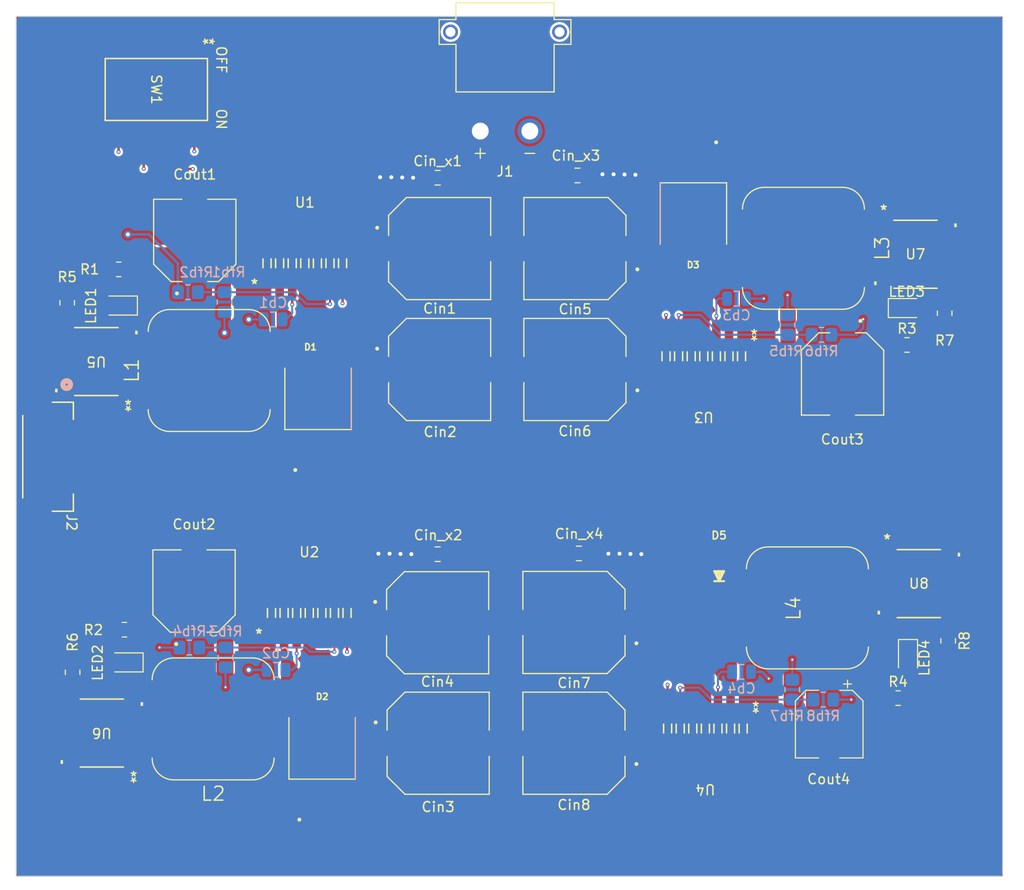
<source format=kicad_pcb>
(kicad_pcb (version 20221018) (generator pcbnew)
  (layers (0 "F.Cu" signal) (1 "In1.Cu" signal) (2 "In2.Cu" signal) (31 "B.Cu" signal) (34 "B.Paste" user) (35 "F.Paste" user) (36 "B.SilkS" user "B.Silkscreen") (37 "F.SilkS" user "F.Silkscreen") (38 "B.Mask" user) (39 "F.Mask" user) (44 "Edge.Cuts" user))
  (net 0 "")
  (net 1 "Net-(U1-CB)")
  (net 2 "Net-(U1-SWITCH_OUTPUT)")
  (net 3 "Net-(U2-CB)")
  (net 4 "Net-(U2-SWITCH_OUTPUT)")
  (net 5 "Net-(U3-CB)")
  (net 6 "Net-(U3-SWITCH_OUTPUT)")
  (net 7 "Net-(U4-CB)")
  (net 8 "/V_In")
  (net 9 "GND")
  (net 10 "/V_Out4")
  (net 11 "/V_Out3")
  (net 12 "/V_Out2")
  (net 13 "/V_out1")
  (net 17 "Net-(U1-FB)")
  (net 18 "Net-(U2-FB)")
  (net 19 "Net-(U3-FB)")
  (net 20 "Net-(U4-FB)")
  (net 21 "/SW1")
  (net 22 "/SW2")
  (net 23 "/SW3")
  (net 24 "/SW4")
  (net 25 "Net-(D5-K)")
  (net 39 "/V_Out1")
  (net 40 "/OUTPUT_1")
  (net 47 "Net-(U5-ILIM)")
  (net 54 "/OUTPUT_2")
  (net 61 "Net-(U6-ILIM)")
  (net 68 "/OUTPUT_3")
  (net 75 "Net-(U7-ILIM)")
  (net 82 "/OUTPUT_4")
  (net 83 "Net-(U8-ILIM)")
  (net 85 "Net-(LED1-A)")
  (net 86 "Net-(LED2-A)")
  (net 87 "Net-(LED3-A)")
  (net 88 "Net-(LED4-A)")
  (footprint "3rd Party Footprints:AMASS_XT30PW-M" (layer "F.Cu") (at 140 46.15)
    (fp_text reference "J1")
    (fp_text value "XT30PW-M")
  )
  (footprint "Resistor_SMD:R_0805_2012Metric_Pad1.20x1.40mm_HandSolder" (layer "F.Cu") (at 184.35 74.525 -90)
    (fp_text reference "R7")
    (fp_text value "3.3k")
  )
  (footprint "MSS1210-153MEB:IND_MSS1210-153MEB" (layer "F.Cu") (at 110.15 80.3 -90)
    (fp_text reference "L1")
    (fp_text value "15u")
  )
  (footprint "Capacitor_SMD:C_0805_2012Metric" (layer "F.Cu") (at 133.2 98.83)
    (fp_text reference "Cin_x2")
    (fp_text value "100n")
  )
  (footprint "3rd Party Footprints:CONN_SM06B-GHS-TB_JST" (layer "F.Cu") (at 93.8993 89 -90)
    (fp_text reference "J2")
    (fp_text value "SM06B-GHS-TB")
  )
  (footprint "Resistor_SMD:R_0805_2012Metric_Pad1.20x1.40mm_HandSolder" (layer "F.Cu") (at 184.7 107.575 -90)
    (fp_text reference "R8")
    (fp_text value "7.2k")
  )
  (footprint "EEHZA1J560P:CAP_EEHZA1J560P" (layer "F.Cu") (at 146.95 117.9 180)
    (fp_text reference "Cin8")
    (fp_text value "56u")
  )
  (footprint "LED_SMD:LED_0805_2012Metric_Pad1.15x1.40mm_HandSolder" (layer "F.Cu") (at 101.05 73.75 180)
    (fp_text reference "LED1")
    (fp_text value "LED")
  )
  (footprint "10SVPC330M:CAP_10SVPC330M" (layer "F.Cu") (at 108.7 67.175 90)
    (fp_text reference "Cout1")
    (fp_text value "330u")
  )
  (footprint "EEHZA1J560P:CAP_EEHZA1J560P" (layer "F.Cu") (at 133.2 105.7443)
    (fp_text reference "Cin4")
    (fp_text value "56u")
  )
  (footprint "10SVPC330M:CAP_10SVPC330M" (layer "F.Cu") (at 108.625 102.55 90)
    (fp_text reference "Cout2")
    (fp_text value "330u")
  )
  (footprint "3rd Party Footprints:SW4_EDSP04SGLFNTR04_TEC-M" (layer "F.Cu") (at 104.82 51.9526 -90)
    (fp_text reference "SW1")
    (fp_text value "EDSP04SGLFNTR04" hide)
  )
  (footprint "3rd Party Footprints:TS7B" (layer "F.Cu") (at 160.21 122.553 180)
    (fp_text reference "U4")
    (fp_text value "LM2678T-ADJ_NOPB")
  )
  (footprint "Resistor_SMD:R_0805_2012Metric_Pad1.20x1.40mm_HandSolder" (layer "F.Cu") (at 95.825 73.475 90)
    (fp_text reference "R5")
    (fp_text value "3.3k")
  )
  (footprint "Resistor_SMD:R_0805_2012Metric_Pad1.20x1.40mm_HandSolder" (layer "F.Cu") (at 101.6 106.45 180)
    (fp_text reference "R2")
    (fp_text value "160")
  )
  (footprint "EEHZA1J560P:CAP_EEHZA1J560P" (layer "F.Cu") (at 146.95 105.7226 180)
    (fp_text reference "Cin7")
    (fp_text value "56u")
  )
  (footprint "3rd Party Footprints:SK220ATR" (layer "F.Cu") (at 161.6 101.05 90)
    (fp_text reference "D5")
    (fp_text value "D_Schottky")
  )
  (footprint "EEHZA1J560P:CAP_EEHZA1J560P" (layer "F.Cu") (at 147.05 68 180)
    (fp_text reference "Cin5")
    (fp_text value "56u")
  )
  (footprint "EEHZA1J560P:CAP_EEHZA1J560P" (layer "F.Cu") (at 133.4 68)
    (fp_text reference "Cin2")
    (fp_text value "56u")
  )
  (footprint "SBRD10200TR:DPAK228P1005X240-4N" (layer "F.Cu") (at 121.55 119.51)
    (fp_text reference "D2")
    (fp_text value "D_Schottky")
  )
  (footprint "LED_SMD:LED_0805_2012Metric_Pad1.15x1.40mm_HandSolder" (layer "F.Cu") (at 101.625 109.75 180)
    (fp_text reference "LED2")
    (fp_text value "LED" hide)
  )
  (footprint "Capacitor_SMD:C_0805_2012Metric" (layer "F.Cu") (at 133.2 60.855)
    (fp_text reference "Cin_x1")
    (fp_text value "100n")
  )
  (footprint "LED_SMD:LED_0805_2012Metric_Pad1.15x1.40mm_HandSolder" (layer "F.Cu") (at 180.65 109.3 -90)
    (fp_text reference "LED4")
    (fp_text value "LED")
  )
  (footprint "Resistor_SMD:R_0805_2012Metric_Pad1.20x1.40mm_HandSolder" (layer "F.Cu") (at 101.025 70.1 180)
    (fp_text reference "R1")
    (fp_text value "160")
  )
  (footprint "EEHZA1J560P:CAP_EEHZA1J560P" (layer "F.Cu") (at 133.4 80.2)
    (fp_text reference "Cin1")
    (fp_text value "56u")
  )
  (footprint "Resistor_SMD:R_0805_2012Metric_Pad1.20x1.40mm_HandSolder" (layer "F.Cu") (at 96.375 110.75 90)
    (fp_text reference "R6")
    (fp_text value "3.3k")
  )
  (footprint "3rd Party Footprints:HTSSOP20_PWP_TEX" (layer "F.Cu") (at 98.77225 79.399937 180)
    (fp_text reference "U5")
    (fp_text value "TPS16630PWPR")
  )
  (footprint "Resistor_SMD:R_0805_2012Metric_Pad1.20x1.40mm_HandSolder" (layer "F.Cu") (at 180.55 77.725)
    (fp_text reference "R3")
    (fp_text value "160")
  )
  (footprint "Capacitor_SMD:CP_Elec_6.3x5.4" (layer "F.Cu") (at 172.7 115.975 -90)
    (fp_text reference "Cout4")
    (fp_text value "56u")
  )
  (footprint "3rd Party Footprints:HTSSOP20_PWP_TEX" (layer "F.Cu") (at 181.4 68.575)
    (fp_text reference "U7")
    (fp_text value "TPS16630PWPR")
  )
  (footprint "3rd Party Footprints:TS7B" (layer "F.Cu") (at 120.25 98.625)
    (fp_text reference "U2")
    (fp_text value "LM2678T-ADJ_NOPB")
  )
  (footprint "MSS1210-153MEB:IND_MSS1210-153MEB" (layer "F.Cu") (at 110.55 115.45 -90)
    (fp_text reference "L2")
    (fp_text value "15u")
  )
  (footprint "EEHZA1J560P:CAP_EEHZA1J560P" (layer "F.Cu") (at 133.25 117.9)
    (fp_text reference "Cin3")
    (fp_text value "56u")
  )
  (footprint "Resistor_SMD:R_0805_2012Metric_Pad1.20x1.40mm_HandSolder" (layer "F.Cu") (at 179.65 113.35)
    (fp_text reference "R4")
    (fp_text value "160")
  )
  (footprint "SBRD10200TR:DPAK228P1005X240-4N" (layer "F.Cu") (at 159 63.3825 180)
    (fp_text reference "D3")
    (fp_text value "D_Schottky")
  )
  (footprint "LED_SMD:LED_0805_2012Metric_Pad1.15x1.40mm_HandSolder" (layer "F.Cu") (at 180.525 74)
    (fp_text reference "LED3")
    (fp_text value "LED")
  )
  (footprint "3rd Party Footprints:HTSSOP20_PWP_TEX" (layer "F.Cu") (at 99.32225 116.875 180)
    (fp_text reference "U6")
    (fp_text value "TPS16630PWPR")
  )
  (footprint "3rd Party Footprints:HTSSOP20_PWP_TEX" (layer "F.Cu") (at 181.74725 101.800063)
    (fp_text reference "U8")
    (fp_text value "TPS16630PWPR")
  )
  (footprint "Capacitor_SMD:C_0805_2012Metric" (layer "F.Cu") (at 147.3 60.625 180)
    (fp_text reference "Cin_x3")
    (fp_text value "100n")
  )
  (footprint "MSS1210-153MEB:IND_MSS1210-153MEB" (layer "F.Cu") (at 170.1 67.975 90)
    (fp_text reference "L3")
    (fp_text value "15u")
  )
  (footprint "Capacitor_SMD:C_0805_2012Metric" (layer "F.Cu") (at 147.45 98.755 180)
    (fp_text reference "Cin_x4")
    (fp_text value "100n")
  )
  (footprint "10SVPC330M:CAP_10SVPC330M" (layer "F.Cu") (at 174.05 80.65 -90)
    (fp_text reference "Cout3")
    (fp_text value "330u")
  )
  (footprint "MSS1210-153MEB:IND_MSS1210-153MEB" (layer "F.Cu") (at 170.5 104.25 90)
    (fp_text reference "L4")
    (fp_text value "68u")
  )
  (footprint "SBRD10200TR:DPAK228P1005X240-4N" (layer "F.Cu") (at 121.136 84.242)
    (fp_text reference "D1")
    (fp_text value "D_Schottky")
  )
  (footprint "EEHZA1J560P:CAP_EEHZA1J560P" (layer "F.Cu") (at 147.05 80.2 180)
    (fp_text reference "Cin6")
    (fp_text value "56u")
  )
  (footprint "3rd Party Footprints:TS7B" (layer "F.Cu") (at 119.8 63.3524)
    (fp_text reference "U1")
    (fp_text value "LM2678T-ADJ_NOPB")
  )
  (footprint "3rd Party Footprints:TS7B" (layer "F.Cu") (at 160.05 85 180)
    (fp_text reference "U3")
    (fp_text value "LM2678T-ADJ_NOPB")
  )
  (footprint "Capacitor_SMD:C_0805_2012Metric" (layer "B.Cu") (at 163.85 110.7)
    (fp_text reference "Cb4")
    (fp_text value "10n")
  )
  (footprint "Resistor_SMD:R_0805_2012Metric_Pad1.20x1.40mm_HandSolder" (layer "B.Cu") (at 108.15 108.25 180)
    (fp_text reference "Rfb4")
    (fp_text value "3.16k")
  )
  (footprint "Capacitor_SMD:C_0805_2012Metric" (layer "B.Cu") (at 116.9 110.5 180)
    (fp_text reference "Cb2")
    (fp_text value "10n")
  )
  (footprint "Resistor_SMD:R_0805_2012Metric_Pad1.20x1.40mm_HandSolder" (layer "B.Cu") (at 171.925 76.7)
    (fp_text reference "Rfb6")
    (fp_text value "3.16k")
  )
  (footprint "Capacitor_SMD:C_0805_2012Metric" (layer "B.Cu") (at 163.35 73.05)
    (fp_text reference "Cb3")
    (fp_text value "10n")
  )
  (footprint "Resistor_SMD:R_0805_2012Metric_Pad1.20x1.40mm_HandSolder" (layer "B.Cu") (at 108 72.4 180)
    (fp_text reference "Rfb2")
    (fp_text value "3.16k")
  )
  (footprint "Resistor_SMD:R_0805_2012Metric_Pad1.20x1.40mm_HandSolder" (layer "B.Cu") (at 168.975 112.5 90)
    (fp_text reference "Rfb7")
    (fp_text value "1k")
  )
  (footprint "Resistor_SMD:R_0805_2012Metric_Pad1.20x1.40mm_HandSolder" (layer "B.Cu") (at 111.7 73.4 -90)
    (fp_text reference "Rfb1")
    (fp_text value "1k")
  )
  (footprint "Resistor_SMD:R_0805_2012Metric_Pad1.20x1.40mm_HandSolder" (layer "B.Cu") (at 168.5 75.7 90)
    (fp_text reference "Rfb5")
    (fp_text value "1k")
  )
  (footprint "Capacitor_SMD:C_0805_2012Metric" (layer "B.Cu") (at 116.6 75.15 180)
    (fp_text reference "Cb1")
    (fp_text value "10n")
  )
  (footprint "Resistor_SMD:R_0805_2012Metric_Pad1.20x1.40mm_HandSolder" (layer "B.Cu") (at 172.1 113.5)
    (fp_text reference "Rfb8")
    (fp_text value "8.87k")
  )
  (footprint "Resistor_SMD:R_0805_2012Metric_Pad1.20x1.40mm_HandSolder" (layer "B.Cu") (at 111.8 109.25 -90)
    (fp_text reference "Rfb3")
    (fp_text value "1k")
  )
  (gr_rect (start 90.675 44.58) (end 190.2 131.33) (stroke (width 0.1)) (fill none) (layer "Edge.Cuts"))
  (segment (start 118.53 73.65) (end 118.53 71.6328) (width 0.25) (layer "F.Cu") (net 1))
  (via (at 118.53 73.65) (size 0.4) (drill 0.2) (layers "F.Cu" "B.Cu") (net 1))
  (segment (start 118.53 74.52) (end 117.9 75.15) (width 0.2) (layer "B.Cu") (net 1))
  (segment (start 118.53 73.65) (end 118.53 74.52) (width 0.2) (layer "B.Cu") (net 1))
  (segment (start 117.9 75.15) (end 117.55 75.15) (width 0.2) (layer "B.Cu") (net 1))
  (via (at 114.15 75.15) (size 0.8) (drill 0.4) (layers "F.Cu" "B.Cu") (net 2))
  (segment (start 115.65 75.15) (end 114.15 75.15) (width 0.2) (layer "B.Cu") (net 2))
  (segment (start 118.98 108.48) (end 118.98 106.9054) (width 0.2) (layer "F.Cu") (net 3))
  (segment (start 118.975 108.85) (end 118.975 108.485) (width 0.2) (layer "F.Cu") (net 3))
  (segment (start 118.975 108.485) (end 118.98 108.48) (width 0.2) (layer "F.Cu") (net 3))
  (via (at 118.975 108.85) (size 0.4) (drill 0.2) (layers "F.Cu" "B.Cu") (net 3))
  (segment (start 118.975 108.85) (end 118.975 110.075) (width 0.2) (layer "B.Cu") (net 3))
  (segment (start 118.55 110.5) (end 117.85 110.5) (width 0.2) (layer "B.Cu") (net 3))
  (segment (start 118.975 110.075) (end 118.55 110.5) (width 0.2) (layer "B.Cu") (net 3))
  (via (at 114.15 110.5) (size 0.8) (drill 0.4) (layers "F.Cu" "B.Cu") (net 4))
  (segment (start 115.95 110.5) (end 114.15 110.5) (width 0.25) (layer "B.Cu") (net 4))
  (segment (start 161.32 74.78) (end 161.32 76.7196) (width 0.2) (layer "F.Cu") (net 5))
  (via (at 161.32 74.78) (size 0.4) (drill 0.2) (layers "F.Cu" "B.Cu") (net 5))
  (segment (start 161.55 73.05) (end 162.4 73.05) (width 0.2) (layer "B.Cu") (net 5))
  (segment (start 161.32 74.78) (end 161.32 73.28) (width 0.2) (layer "B.Cu") (net 5))
  (segment (start 161.32 73.28) (end 161.55 73.05) (width 0.2) (layer "B.Cu") (net 5))
  (via (at 166.1 73.05) (size 0.4) (drill 0.2) (layers "F.Cu" "B.Cu") (net 6))
  (segment (start 164.3 73.05) (end 166.1 73.05) (width 0.2) (layer "B.Cu") (net 6))
  (segment (start 161.48 112.25) (end 161.48 114.2726) (width 0.2) (layer "F.Cu") (net 7))
  (via (at 161.48 112.25) (size 0.4) (drill 0.2) (layers "F.Cu" "B.Cu") (net 7))
  (segment (start 161.48 112.25) (end 161.48 111.045) (width 0.2) (layer "B.Cu") (net 7))
  (segment (start 161.825 110.7) (end 162.9 110.7) (width 0.2) (layer "B.Cu") (net 7))
  (segment (start 161.48 111.045) (end 161.825 110.7) (width 0.2) (layer "B.Cu") (net 7))
  (via (at 129.45 98.805) (size 0.8) (drill 0.4) (layers "F.Cu" "B.Cu") (net 8))
  (via (at 149.825 60.505) (size 0.8) (drill 0.4) (layers "F.Cu" "B.Cu") (net 8))
  (via (at 153.15 60.555) (size 0.8) (drill 0.4) (layers "F.Cu" "B.Cu") (net 8))
  (via (at 152.65 98.805) (size 0.8) (drill 0.4) (layers "F.Cu" "B.Cu") (net 8))
  (via (at 127.225 98.78) (size 0.8) (drill 0.4) (layers "F.Cu" "B.Cu") (net 8))
  (via (at 153.75 98.83) (size 0.8) (drill 0.4) (layers "F.Cu" "B.Cu") (net 8))
  (via (at 151.55 98.78) (size 0.8) (drill 0.4) (layers "F.Cu" "B.Cu") (net 8))
  (via (at 130.55 98.83) (size 0.8) (drill 0.4) (layers "F.Cu" "B.Cu") (net 8))
  (via (at 129.625 60.83) (size 0.8) (drill 0.4) (layers "F.Cu" "B.Cu") (net 8))
  (via (at 152.05 60.53) (size 0.8) (drill 0.4) (layers "F.Cu" "B.Cu") (net 8))
  (via (at 128.525 60.805) (size 0.8) (drill 0.4) (layers "F.Cu" "B.Cu") (net 8))
  (via (at 130.725 60.855) (size 0.8) (drill 0.4) (layers "F.Cu" "B.Cu") (net 8))
  (via (at 127.4 60.805) (size 0.8) (drill 0.4) (layers "F.Cu" "B.Cu") (net 8))
  (via (at 150.95 60.505) (size 0.8) (drill 0.4) (layers "F.Cu" "B.Cu") (net 8))
  (via (at 150.425 98.78) (size 0.8) (drill 0.4) (layers "F.Cu" "B.Cu") (net 8))
  (via (at 128.35 98.78) (size 0.8) (drill 0.4) (layers "F.Cu" "B.Cu") (net 8))
  (via (at 111.7 76.5) (size 0.8) (drill 0.4) (layers "F.Cu" "B.Cu") (net 9))
  (via (at 101.95 66.575) (size 0.8) (drill 0.4) (layers "F.Cu" "B.Cu") (net 9))
  (via (at 168.975 109.48) (size 0.4) (drill 0.2) (layers "F.Cu" "B.Cu") (net 9))
  (via (at 168.5 72.7) (size 0.4) (drill 0.2) (layers "F.Cu" "B.Cu") (net 9))
  (via (at 111.8 112.25) (size 0.4) (drill 0.2) (layers "F.Cu" "B.Cu") (net 9))
  (segment (start 107 72.4) (end 107 69.5) (width 0.25) (layer "B.Cu") (net 9))
  (segment (start 111.7 74.4) (end 111.7 76.5) (width 0.2) (layer "B.Cu") (net 9))
  (segment (start 111.8 110.25) (end 111.8 112.25) (width 0.2) (layer "B.Cu") (net 9))
  (segment (start 168.975 111.5) (end 168.975 109.48) (width 0.2) (layer "B.Cu") (net 9))
  (segment (start 107 69.5) (end 104.075 66.575) (width 0.25) (layer "B.Cu") (net 9))
  (segment (start 168.5 72.7) (end 168.5 74.7) (width 0.2) (layer "B.Cu") (net 9))
  (segment (start 104.075 66.575) (end 101.95 66.575) (width 0.25) (layer "B.Cu") (net 9))
  (via (at 174.925 113.505) (size 0.4) (drill 0.2) (layers "F.Cu" "B.Cu") (net 10))
  (segment (start 174.92 113.5) (end 173.1 113.5) (width 0.2) (layer "B.Cu") (net 10))
  (segment (start 174.925 113.505) (end 174.92 113.5) (width 0.2) (layer "B.Cu") (net 10))
  (via (at 176.125 75.125) (size 0.4) (drill 0.2) (layers "F.Cu" "B.Cu") (net 11))
  (segment (start 176.125 75.125) (end 176.125 76.025) (width 0.2) (layer "B.Cu") (net 11))
  (segment (start 175.45 76.7) (end 172.925 76.7) (width 0.2) (layer "B.Cu") (net 11))
  (segment (start 176.125 76.025) (end 175.45 76.7) (width 0.2) (layer "B.Cu") (net 11))
  (via (at 105.15 108.25) (size 0.4) (drill 0.2) (layers "F.Cu" "B.Cu") (net 12))
  (segment (start 105.15 108.25) (end 107.15 108.25) (width 0.2) (layer "B.Cu") (net 12))
  (segment (start 122.34 73.6) (end 122.34 71.6328) (width 0.2) (layer "F.Cu") (net 17))
  (via (at 122.34 73.6) (size 0.4) (drill 0.2) (layers "F.Cu" "B.Cu") (net 17))
  (segment (start 122.34 73.6) (end 119.95 73.6) (width 0.2) (layer "B.Cu") (net 17))
  (segment (start 118.75 72.4) (end 111.7 72.4) (width 0.2) (layer "B.Cu") (net 17))
  (segment (start 109 72.4) (end 111.7 72.4) (width 0.2) (layer "B.Cu") (net 17))
  (segment (start 119.95 73.6) (end 118.75 72.4) (width 0.2) (layer "B.Cu") (net 17))
  (segment (start 122.78 108.675) (end 122.79 108.665) (width 0.2) (layer "F.Cu") (net 18))
  (segment (start 122.79 108.665) (end 122.79 106.9054) (width 0.2) (layer "F.Cu") (net 18))
  (via (at 122.78 108.675) (size 0.4) (drill 0.2) (layers "F.Cu" "B.Cu") (net 18))
  (segment (start 120.3 108.675) (end 119.875 108.25) (width 0.2) (layer "B.Cu") (net 18))
  (segment (start 111.8 108.25) (end 109.15 108.25) (width 0.2) (layer "B.Cu") (net 18))
  (segment (start 122.78 108.675) (end 120.3 108.675) (width 0.2) (layer "B.Cu") (net 18))
  (segment (start 119.875 108.25) (end 111.8 108.25) (width 0.2) (layer "B.Cu") (net 18))
  (segment (start 157.525 74.7) (end 157.51 74.715) (width 0.2) (layer "F.Cu") (net 19))
  (segment (start 157.51 74.715) (end 157.51 76.7196) (width 0.2) (layer "F.Cu") (net 19))
  (via (at 157.525 74.7) (size 0.4) (drill 0.2) (layers "F.Cu" "B.Cu") (net 19))
  (segment (start 168.5 76.7) (end 161.725 76.7) (width 0.2) (layer "B.Cu") (net 19))
  (segment (start 159.725 74.7) (end 157.525 74.7) (width 0.2) (layer "B.Cu") (net 19))
  (segment (start 168.5 76.7) (end 170.925 76.7) (width 0.2) (layer "B.Cu") (net 19))
  (segment (start 161.725 76.7) (end 159.725 74.7) (width 0.2) (layer "B.Cu") (net 19))
  (segment (start 157.67 112.305) (end 157.67 114.2726) (width 0.2) (layer "F.Cu") (net 20))
  (via (at 157.67 112.305) (size 0.4) (drill 0.2) (layers "F.Cu" "B.Cu") (net 20))
  (segment (start 159.625 112.305) (end 160.82 113.5) (width 0.2) (layer "B.Cu") (net 20))
  (segment (start 168.975 113.5) (end 171.1 113.5) (width 0.2) (layer "B.Cu") (net 20))
  (segment (start 157.67 112.305) (end 159.625 112.305) (width 0.2) (layer "B.Cu") (net 20))
  (segment (start 160.82 113.5) (end 168.975 113.5) (width 0.2) (layer "B.Cu") (net 20))
  (segment (start 123.61 73.515) (end 123.61 71.6328) (width 0.25) (layer "F.Cu") (net 21))
  (segment (start 123.6 73.525) (end 123.61 73.515) (width 0.25) (layer "F.Cu") (net 21))
  (segment (start 101.01 58.25) (end 101.01 56.55) (width 0.25) (layer "F.Cu") (net 21))
  (via (at 101.01 58.25) (size 0.4) (drill 0.2) (layers "F.Cu" "B.Cu") (net 21))
  (via (at 123.6 73.525) (size 0.4) (drill 0.2) (layers "F.Cu" "B.Cu") (net 21))
  (segment (start 124.06 108.675) (end 124.06 106.9054) (width 0.25) (layer "F.Cu") (net 22))
  (segment (start 103.55 56.55) (end 103.55 59.95) (width 0.25) (layer "F.Cu") (net 22))
  (via (at 124.06 108.675) (size 0.4) (drill 0.2) (layers "F.Cu" "B.Cu") (net 22))
  (via (at 103.55 59.95) (size 0.4) (drill 0.2) (layers "F.Cu" "B.Cu") (net 22))
  (segment (start 106.09 56.55) (end 106.09 59.04) (width 0.25) (layer "F.Cu") (net 23))
  (segment (start 107.025 59.975) (end 108.5 59.975) (width 0.25) (layer "F.Cu") (net 23))
  (segment (start 156.24 76.7196) (end 156.24 74.7) (width 0.25) (layer "F.Cu") (net 23))
  (segment (start 106.09 59.04) (end 107.025 59.975) (width 0.25) (layer "F.Cu") (net 23))
  (via (at 156.24 74.7) (size 0.4) (drill 0.2) (layers "F.Cu" "B.Cu") (net 23))
  (via (at 108.5 59.975) (size 0.4) (drill 0.2) (layers "F.Cu" "B.Cu") (net 23))
  (segment (start 108.65 58.2) (end 108.65 56.57) (width 0.25) (layer "F.Cu") (net 24))
  (segment (start 156.4 112) (end 156.4 114.2726) (width 0.25) (layer "F.Cu") (net 24))
  (via (at 156.4 112) (size 0.4) (drill 0.2) (layers "F.Cu" "B.Cu") (net 24))
  (via (at 108.65 58.2) (size 0.4) (drill 0.2) (layers "F.Cu" "B.Cu") (net 24))
  (via (at 166.6 111.38) (size 0.4) (drill 0.2) (layers "F.Cu" "B.Cu") (net 25))
  (segment (start 165.92 110.7) (end 166.6 111.38) (width 0.25) (layer "B.Cu") (net 25))
  (segment (start 164.8 110.7) (end 165.92 110.7) (width 0.25) (layer "B.Cu") (net 25))
  (segment (start 95.825 74.475) (end 95.825 76.4695) (width 0.25) (layer "F.Cu") (net 47))
  (segment (start 96.375 111.75) (end 96.375 113.944563) (width 0.25) (layer "F.Cu") (net 61))
  (segment (start 184.35 73.525) (end 184.35 71.502687) (width 0.25) (layer "F.Cu") (net 75))
  (segment (start 184.35 71.502687) (end 184.35275 71.499937) (width 0.25) (layer "F.Cu") (net 75))
  (segment (start 184.7 106.575) (end 184.7 104.725) (width 0.25) (layer "F.Cu") (net 83))
  (segment (start 100.025 70.1) (end 100.025 73.75) (width 0.25) (layer "F.Cu") (net 85))
  (segment (start 180.65 110.325) (end 180.65 113.35) (width 0.25) (layer "F.Cu") (net 88))
  (zone (net 6) (net_name "Net-(U3-SWITCH_OUTPUT)") (layer "F.Cu") (priority 2) (connect_pads yes (clearance 0.5)) (min_thickness 0.25) (fill yes (thermal_gap 0.5) (thermal_bridge_width 0.5) (smoothing fillet) (radius 0.5))
    (polygon (pts (xy 163.275 78.4) (xy 163.25 69.825) (xy 155.6 69.825) (xy 155.575 62.15) (xy 167.25 62.15) (xy 167.25 65.5) (xy 167.25 68.05) (xy 167.25 74.525) (xy 167.275 76.575) (xy 167.275 78.4)))
  )
  (zone (net 25) (net_name "Net-(D5-K)") (layer "F.Cu") (priority 2) (connect_pads yes (clearance 0.5)) (min_thickness 0.25) (fill yes (thermal_gap 0.5) (thermal_bridge_width 0.5) (smoothing fillet) (radius 0.5))
    (polygon (pts (xy 163.35 115.85) (xy 163.4 105.45) (xy 159.95 105.45) (xy 159.95 100.975) (xy 167.6 101) (xy 167.6 103.8) (xy 167.6 104.075) (xy 167.6 110.5) (xy 167.6 112.525) (xy 167.6 115.85)))
  )
  (zone (net 8) (net_name "/V_In") (layer "F.Cu") (name "V_in") (priority 2) (connect_pads yes (clearance 0.5)) (min_thickness 0.25) (fill yes (thermal_gap 0.5) (thermal_bridge_width 0.5) (smoothing fillet) (radius 0.5))
    (polygon (pts (xy 132.9 68.6) (xy 132.9 78) (xy 132.9 83.1) (xy 125.225 83.1) (xy 125.2 77.925) (xy 116.65 77.925) (xy 116.65 70.2) (xy 117.85 70.2) (xy 117.875 73.35) (xy 119.075 75.8) (xy 126.75 75.775) (xy 126.775 59.4) (xy 132.9 59.4)))
  )
  (zone (net 54) (net_name "/OUTPUT_2") (layer "F.Cu") (priority 4) (connect_pads yes (clearance 0.25)) (min_thickness 0.25) (fill yes (thermal_gap 0.5) (thermal_bridge_width 0.5) (smoothing fillet) (radius 0.5))
    (polygon (pts (xy 94.775 120.475) (xy 95.35 120.625) (xy 97.325 120.625) (xy 97.325 118.1) (xy 95.35 118.1) (xy 94.825 117.825) (xy 92.15 117.825) (xy 92.15 120.475)))
  )
  (zone (net 8) (net_name "/V_In") (layer "F.Cu") (name "V_in") (priority 2) (connect_pads yes (clearance 0.5)) (min_thickness 0.25) (fill yes (thermal_gap 0.5) (thermal_bridge_width 0.5) (smoothing fillet) (radius 0.5))
    (polygon (pts (xy 132.9 110.9226) (xy 132.9 119.8726) (xy 130.65 119.8726) (xy 125.5 119.8726) (xy 125.5 112.8226) (xy 117.1 112.85) (xy 117.05 105.443931) (xy 118.23988 105.443931) (xy 118.23988 108.943931) (xy 119.48988 110.993931) (xy 126.48988 110.993931) (xy 126.55 97.4726) (xy 132.9 97.4726)))
  )
  (zone (net 8) (net_name "/V_In") (layer "F.Cu") (name "V_in") (priority 2) (connect_pads yes (clearance 0.5)) (min_thickness 0.25) (fill yes (thermal_gap 0.5) (thermal_bridge_width 0.5) (smoothing fillet) (radius 0.5))
    (polygon (pts (xy 147.7 117.55) (xy 147.7 108.15) (xy 147.675 97.36) (xy 154.9 97.36) (xy 154.9 107.4) (xy 163.4 107.4) (xy 163.35 115.85) (xy 162.15 115.85) (xy 162.15 112.3) (xy 160.4 109.8) (xy 154.2 109.8) (xy 154.215 120.025) (xy 147.69 120.05)))
  )
  (zone (net 39) (net_name "/V_Out1") (layer "F.Cu") (priority 4) (connect_pads yes (clearance 0.25)) (min_thickness 0.25) (fill yes (thermal_gap 0.5) (thermal_bridge_width 0.5) (smoothing fillet) (radius 0.5))
    (polygon (pts (xy 100.75 83.6) (xy 104.2 83.6) (xy 110.4 83.6) (xy 110.457777 67.87703) (xy 107.85 67.87703) (xy 101.225 67.875) (xy 101.225 71.525) (xy 103.075 71.525) (xy 103.075 80.65) (xy 100.75 80.65) (xy 100.75 82.75)))
  )
  (zone (net 11) (net_name "/V_Out3") (layer "F.Cu") (priority 2) (connect_pads yes (clearance 0.25)) (min_thickness 0.25) (fill yes (thermal_gap 0.5) (thermal_bridge_width 0.5) (smoothing fillet) (radius 0.5))
    (polygon (pts (xy 169.575 79.925068) (xy 180.4 79.925) (xy 180.4 75.7) (xy 177.330318 75.700016) (xy 177.35 67.25) (xy 179.399998 67.250068) (xy 179.4 64.85) (xy 169.55 64.85) (xy 169.565422 71.168824) (xy 169.575 74.05)))
  )
  (zone (net 2) (net_name "Net-(U1-SWITCH_OUTPUT)") (layer "F.Cu") (priority 2) (connect_pads yes (clearance 0.5)) (min_thickness 0.25) (fill yes (thermal_gap 0.5) (thermal_bridge_width 0.5) (smoothing fillet) (radius 0.5))
    (polygon (pts (xy 116.475 70.225) (xy 116.45 78.45) (xy 124.5 78.475) (xy 124.5 85.255) (xy 112.875 85.23) (xy 112.85 80.75) (xy 112.85 80.625) (xy 112.85 74.175) (xy 112.85 74.125) (xy 112.85 70.225)))
  )
  (zone (net 68) (net_name "/OUTPUT_3") (layer "F.Cu") (priority 4) (connect_pads yes (clearance 0.25)) (min_thickness 0.25) (fill yes (thermal_gap 0.5) (thermal_bridge_width 0.5) (smoothing fillet) (radius 0.5))
    (polygon (pts (xy 186.025 65) (xy 185.45 64.85) (xy 183.475 64.85) (xy 183.475 67.375) (xy 185.45 67.375) (xy 185.975 67.65) (xy 188.65 67.65) (xy 188.65 65)))
  )
  (zone (net 12) (net_name "/V_Out2") (layer "F.Cu") (priority 2) (connect_pads yes (clearance 0.25)) (min_thickness 0.25) (fill yes (thermal_gap 0.5) (thermal_bridge_width 0.5) (smoothing fillet) (radius 0.5))
    (polygon (pts (xy 104.125 120.475) (xy 107.275 120.475) (xy 110.675 120.475) (xy 110.625 103.425) (xy 101.925 103.425) (xy 101.925 107.75) (xy 103.575 107.75) (xy 103.6 118.225) (xy 101.225 118.225) (xy 101.25 120.475)))
  )
  (zone (net 4) (net_name "Net-(U2-SWITCH_OUTPUT)") (layer "F.Cu") (priority 2) (connect_pads yes (clearance 0.5)) (min_thickness 0.25) (fill yes (thermal_gap 0.5) (thermal_bridge_width 0.5) (smoothing fillet) (radius 0.5))
    (polygon (pts (xy 113.1 120.564) (xy 113.1 116.45) (xy 113.1 113.05) (xy 113.1 105.324) (xy 116.896 105.324) (xy 116.9 113.25) (xy 125.45 113.25) (xy 125.45 116.75) (xy 125.45 120.564) (xy 118.928 120.564)))
  )
  (zone (net 8) (net_name "/V_In") (layer "F.Cu") (name "V_in") (priority 2) (connect_pads yes (clearance 0.5)) (min_thickness 0.25) (fill yes (thermal_gap 0.5) (thermal_bridge_width 0.5) (smoothing fillet) (radius 0.5))
    (polygon (pts (xy 147.5 79.74) (xy 147.5 70.34) (xy 147.475 59.1) (xy 154.7 59.1) (xy 154.7 70.29) (xy 163.2 70.29) (xy 163.15 78.04) (xy 161.95 78.04) (xy 161.95 74.49) (xy 160.7 72.29) (xy 153.95 72.29) (xy 153.95 83.115) (xy 147.5 83.14)))
  )
  (zone (net 10) (net_name "/V_Out4") (layer "F.Cu") (priority 2) (connect_pads yes (clearance 0.25)) (min_thickness 0.25) (fill yes (thermal_gap 0.5) (thermal_bridge_width 0.5) (smoothing fillet) (radius 0.5))
    (polygon (pts (xy 174.875 115.275) (xy 179.525 115.275) (xy 179.525 111.35) (xy 177.381721 111.35014) (xy 177.4 100.675) (xy 179.875 100.675) (xy 179.875 98.475) (xy 176.1 98.475) (xy 170.35 98.475) (xy 170.333871 108.349901) (xy 170.375 115.275)))
  )
  (zone (net 40) (net_name "/OUTPUT_1") (layer "F.Cu") (priority 4) (connect_pads yes (clearance 0.25)) (min_thickness 0.25) (fill yes (thermal_gap 0.5) (thermal_bridge_width 0.5) (smoothing fillet) (radius 0.5))
    (polygon (pts (xy 97.025 83.4) (xy 97.025166 82.692341) (xy 97.025166 80.69191) (xy 94.525166 80.69191) (xy 94.525166 82.66691) (xy 94.525 83.3) (xy 94.525 87.625) (xy 97.025 87.625)))
  )
  (zone (net 9) (net_name "GND") (layer "F.Cu") (name "GND") (priority 1) (connect_pads yes (clearance 0.25)) (min_thickness 0.25) (fill yes (thermal_gap 0.5) (thermal_bridge_width 0.5) (smoothing fillet))
    (polygon (pts (xy 89.175 44.45) (xy 192.15 44.35) (xy 192.375 132.35) (xy 89.05 132.65)))
  )
  (zone (net 8) (net_name "/V_In") (layer "B.Cu") (connect_pads yes (clearance 0.25)) (min_thickness 0.25) (fill yes (thermal_gap 0.5) (thermal_bridge_width 0.5) (smoothing fillet) (radius 0.5))
    (polygon (pts (xy 89.325 44.35) (xy 89.275 132.475) (xy 191.95 132.725) (xy 191.95 44.325)))
  )
)
</source>
